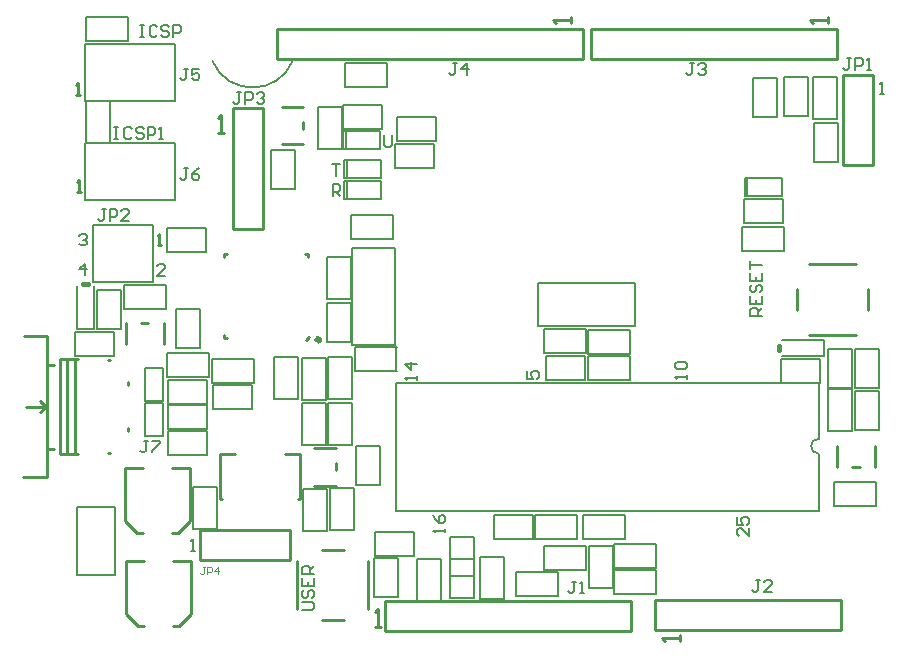
<source format=gto>
G04*
G04 #@! TF.GenerationSoftware,Altium Limited,Altium Designer,21.3.1 (25)*
G04*
G04 Layer_Color=65535*
%FSLAX44Y44*%
%MOMM*%
G71*
G04*
G04 #@! TF.SameCoordinates,472AA62F-3F09-4C21-BF2B-41C26AEB2B16*
G04*
G04*
G04 #@! TF.FilePolarity,Positive*
G04*
G01*
G75*
%ADD10C,0.2000*%
%ADD11C,0.5000*%
%ADD12C,0.2540*%
%ADD13C,0.4000*%
%ADD14C,0.1000*%
D10*
X124125Y491566D02*
G03*
X192289Y492604I33863J14910D01*
G01*
X637286Y172212D02*
G03*
X637286Y159512I0J-6350D01*
G01*
X200660Y129520D02*
X210820D01*
X200660Y93980D02*
Y129540D01*
Y93980D02*
X220980D01*
Y129540D01*
X210820Y129520D02*
X220980D01*
X9400Y114600D02*
X41400D01*
Y56600D02*
Y114600D01*
X9400Y56600D02*
X41400D01*
X9400D02*
Y114600D01*
X245872Y132588D02*
X248162D01*
X245872D02*
Y165608D01*
X266192D01*
Y132588D02*
Y165608D01*
X248162Y132588D02*
X266192D01*
X28960Y265430D02*
X46990D01*
Y298450D01*
X26670D02*
X46990D01*
X26670Y265430D02*
Y298450D01*
Y265430D02*
X28960D01*
X294894Y73152D02*
Y75442D01*
X261874Y73152D02*
X294894D01*
X261874D02*
Y93472D01*
X294894D01*
Y75442D02*
Y93472D01*
X260604Y71374D02*
X278634D01*
X260604Y38354D02*
Y71374D01*
Y38354D02*
X280924D01*
Y71374D01*
X278634D02*
X280924D01*
X686304Y248158D02*
X688594D01*
Y215138D02*
Y248158D01*
X668274Y215138D02*
X688594D01*
X668274D02*
Y248158D01*
X686304D01*
X670564Y179832D02*
X688594D01*
Y212852D01*
X668274D02*
X688594D01*
X668274Y179832D02*
Y212852D01*
Y179832D02*
X670564D01*
X111248Y282194D02*
X113538D01*
Y249174D02*
Y282194D01*
X93218Y249174D02*
X113538D01*
X93218D02*
Y282194D01*
X111248D01*
X645414Y247904D02*
X663444D01*
X645414Y214884D02*
Y247904D01*
Y214884D02*
X665734D01*
Y247904D01*
X663444D02*
X665734D01*
X7620Y260600D02*
Y262890D01*
X40640D01*
Y242570D02*
Y262890D01*
X7620Y242570D02*
X40640D01*
X7620D02*
Y260600D01*
X439420Y224286D02*
Y242316D01*
X406400D02*
X439420D01*
X406400Y221996D02*
Y242316D01*
Y221996D02*
X439420D01*
Y224286D01*
X267970Y434340D02*
Y436630D01*
X234950Y434340D02*
X267970D01*
X234950D02*
Y454660D01*
X267970D01*
Y436630D02*
Y454660D01*
X395478Y89158D02*
Y107188D01*
X362458D02*
X395478D01*
X362458Y86868D02*
Y107188D01*
Y86868D02*
X395478D01*
Y89158D01*
X343150Y70358D02*
X345440D01*
Y37338D02*
Y70358D01*
X325120Y37338D02*
X345440D01*
X325120D02*
Y70358D01*
X343150D01*
X325120Y89306D02*
X343150D01*
X325120Y56286D02*
Y89306D01*
Y56286D02*
X345440D01*
Y89306D01*
X343150D02*
X345440D01*
X632968Y406806D02*
X635258D01*
X632968D02*
Y439826D01*
X653288D01*
Y406806D02*
Y439826D01*
X635258Y406806D02*
X653288D01*
X583950Y444754D02*
X601980D01*
Y477774D01*
X581660D02*
X601980D01*
X581660Y444754D02*
Y477774D01*
Y444754D02*
X583950D01*
X608330Y445008D02*
X610620D01*
X608330D02*
Y478028D01*
X628650D01*
Y445008D02*
Y478028D01*
X610620Y445008D02*
X628650D01*
X223016Y254254D02*
X241046D01*
Y287274D01*
X220726D02*
X241046D01*
X220726Y254254D02*
Y287274D01*
Y254254D02*
X223016D01*
X86360Y176272D02*
Y178562D01*
X119380D01*
Y158242D02*
Y178562D01*
X86360Y158242D02*
X119380D01*
X86360D02*
Y176272D01*
Y180086D02*
Y198116D01*
Y180086D02*
X119380D01*
Y200406D01*
X86360D02*
X119380D01*
X86360Y198116D02*
Y200406D01*
Y219960D02*
Y222250D01*
X119380D01*
Y201930D02*
Y222250D01*
X86360Y201930D02*
X119380D01*
X86360D02*
Y219960D01*
X118364Y332236D02*
Y350266D01*
X85344D02*
X118364D01*
X85344Y329946D02*
Y350266D01*
Y329946D02*
X118364D01*
Y332236D01*
X157226Y197104D02*
Y199394D01*
X124206Y197104D02*
X157226D01*
X124206D02*
Y217424D01*
X157226D01*
Y199394D02*
Y217424D01*
X278990Y401090D02*
Y419120D01*
Y401090D02*
X312010D01*
Y421410D01*
X278990D02*
X312010D01*
X278990Y419120D02*
Y421410D01*
X279990Y442370D02*
Y444660D01*
X313010D01*
Y424340D02*
Y444660D01*
X279990Y424340D02*
X313010D01*
X279990D02*
Y442370D01*
X175518Y383540D02*
X193548D01*
Y416560D01*
X173228D02*
X193548D01*
X173228Y383540D02*
Y416560D01*
Y383540D02*
X175518D01*
X605790Y237740D02*
Y240030D01*
X638810D01*
Y219710D02*
Y240030D01*
X605790Y219710D02*
X638810D01*
X605790D02*
Y237740D01*
X606704Y357382D02*
Y375412D01*
X573684D02*
X606704D01*
X573684Y355092D02*
Y375412D01*
Y355092D02*
X606704D01*
Y357382D01*
X16510Y458470D02*
Y506730D01*
Y458470D02*
X92710D01*
Y506730D01*
X16510D02*
X92710D01*
X16510Y374142D02*
Y422402D01*
Y374142D02*
X92710D01*
Y422402D01*
X16510D02*
X92710D01*
X22860Y305054D02*
X73660D01*
Y353314D01*
X22860D02*
X73660D01*
X22860Y305054D02*
Y353314D01*
X481436Y267750D02*
Y303750D01*
X399436Y267750D02*
X481436D01*
X399436D02*
Y303750D01*
X481436D01*
X242350Y251608D02*
X278350D01*
X242350D02*
Y333608D01*
X278350D01*
Y251608D02*
Y333608D01*
X637286Y111252D02*
Y159512D01*
X279146Y111252D02*
X637286D01*
Y172212D02*
Y219202D01*
X279146D02*
X637286D01*
X279146Y111252D02*
Y219202D01*
X237214Y417942D02*
Y431942D01*
X234714Y417322D02*
X266214D01*
X234714Y432562D02*
X266214D01*
Y417322D02*
Y432562D01*
X234714Y417322D02*
Y432562D01*
X237976Y375524D02*
Y389524D01*
X235476Y374904D02*
X266976D01*
X235476Y390144D02*
X266976D01*
Y374904D02*
Y390144D01*
X235476Y374904D02*
Y390144D01*
X237976Y393812D02*
Y407812D01*
X235476Y393192D02*
X266976D01*
X235476Y408432D02*
X266976D01*
Y393192D02*
Y408432D01*
X235476Y393192D02*
Y408432D01*
X577066Y378064D02*
Y392064D01*
X574566Y377444D02*
X606066D01*
X574566Y392684D02*
X606066D01*
Y377444D02*
Y392684D01*
X574566Y377444D02*
Y392684D01*
X9510Y265210D02*
Y301210D01*
Y265210D02*
X23510D01*
Y301210D01*
X606078Y241920D02*
X642078D01*
Y255920D01*
X606078D02*
X642078D01*
X67056Y174244D02*
X82296D01*
Y202184D01*
X67056D02*
X82296D01*
X67056Y174244D02*
Y202184D01*
Y231902D02*
X82296D01*
X67056Y203962D02*
Y231902D01*
Y203962D02*
X82296D01*
Y231902D01*
X279888Y239522D02*
Y249682D01*
X244348D02*
X279908D01*
X244348Y229362D02*
Y249682D01*
Y229362D02*
X279908D01*
X279888D02*
Y239522D01*
X232410Y167152D02*
X242570D01*
Y167132D02*
Y202692D01*
X222250D02*
X242570D01*
X222250Y167132D02*
Y202692D01*
Y167152D02*
X232410D01*
X233680Y95270D02*
X243840D01*
Y95250D02*
Y130810D01*
X223520D02*
X243840D01*
X223520Y95250D02*
Y130810D01*
Y95270D02*
X233680D01*
X644906Y213848D02*
X655066D01*
X644906Y178308D02*
Y213868D01*
Y178308D02*
X665226D01*
Y213868D01*
X655066Y213848D02*
X665226D01*
X85466Y224282D02*
Y234442D01*
X85446Y224282D02*
X121006D01*
Y244602D01*
X85446D02*
X121006D01*
X85466Y234442D02*
Y244602D01*
X49042Y281940D02*
Y292100D01*
X49022Y281940D02*
X84582D01*
Y302260D01*
X49022D02*
X84582D01*
X49042Y292100D02*
Y302260D01*
X650514Y115316D02*
Y125476D01*
X650494Y115316D02*
X686054D01*
Y135636D01*
X650494D02*
X686054D01*
X650514Y125476D02*
Y135636D01*
X213614Y452862D02*
X223774D01*
X213614Y417322D02*
Y452882D01*
Y417322D02*
X233934D01*
Y452882D01*
X223774Y452862D02*
X233934D01*
X437662Y87122D02*
Y97282D01*
X437642Y87122D02*
X473202D01*
Y107442D01*
X437642D02*
X473202D01*
X437662Y97282D02*
Y107442D01*
X432796Y97028D02*
Y107188D01*
X397256D02*
X432816D01*
X397256Y86868D02*
Y107188D01*
Y86868D02*
X432816D01*
X432796D02*
Y97028D01*
X236240Y469900D02*
Y480060D01*
X236220Y469900D02*
X271780D01*
Y490220D01*
X236220D02*
X271780D01*
X236240Y480060D02*
Y490220D01*
X307340Y34970D02*
X317500D01*
Y34950D02*
Y70510D01*
X297180D02*
X317500D01*
X297180Y34950D02*
Y70510D01*
Y34970D02*
X307340D01*
X381274Y38608D02*
Y48768D01*
X381254Y38608D02*
X416814D01*
Y58928D01*
X381254D02*
X416814D01*
X381274Y48768D02*
Y58928D01*
X632714Y478364D02*
X642874D01*
X632714Y442824D02*
Y478384D01*
Y442824D02*
X653034D01*
Y478384D01*
X642874Y478364D02*
X653034D01*
X26924Y422676D02*
X37084D01*
Y422656D02*
Y458216D01*
X16764D02*
X37084D01*
X16764Y422656D02*
Y458216D01*
Y422676D02*
X26924D01*
X176530Y241280D02*
X186690D01*
X176530Y205740D02*
Y241300D01*
Y205740D02*
X196850D01*
Y241300D01*
X186690Y241280D02*
X196850D01*
X230886Y290088D02*
X241046D01*
Y290068D02*
Y325628D01*
X220726D02*
X241046D01*
X220726Y290068D02*
Y325628D01*
Y290088D02*
X230886D01*
X199898Y240772D02*
X210058D01*
X199898Y205232D02*
Y240792D01*
Y205232D02*
X220218D01*
Y240792D01*
X210058Y240772D02*
X220218D01*
X360934Y36850D02*
X371094D01*
Y36830D02*
Y72390D01*
X350774D02*
X371094D01*
X350774Y36830D02*
Y72390D01*
Y36850D02*
X360934D01*
X452628Y45486D02*
X462788D01*
Y45466D02*
Y81026D01*
X442468D02*
X462788D01*
X442468Y45466D02*
Y81026D01*
Y45486D02*
X452628D01*
X464230Y40640D02*
Y50800D01*
X464210Y40640D02*
X499770D01*
Y60960D01*
X464210D02*
X499770D01*
X464230Y50800D02*
Y60960D01*
X209804Y167152D02*
X219964D01*
Y167132D02*
Y202692D01*
X199644D02*
X219964D01*
X199644Y167132D02*
Y202692D01*
Y167152D02*
X209804D01*
X477500Y254000D02*
Y264160D01*
X441960D02*
X477520D01*
X441960Y243840D02*
Y264160D01*
Y243840D02*
X477520D01*
X477500D02*
Y254000D01*
X405150Y245110D02*
Y255270D01*
X405130Y245110D02*
X440690D01*
Y265430D01*
X405130D02*
X440690D01*
X405150Y255270D02*
Y265430D01*
X440670Y71374D02*
Y81534D01*
X405130D02*
X440690D01*
X405130Y61214D02*
Y81534D01*
Y61214D02*
X440690D01*
X440670D02*
Y71374D01*
X477754Y232156D02*
Y242316D01*
X442214D02*
X477774D01*
X442214Y221996D02*
Y242316D01*
Y221996D02*
X477774D01*
X477754D02*
Y232156D01*
X499852Y72644D02*
Y82804D01*
X464312D02*
X499872D01*
X464312Y62484D02*
Y82804D01*
Y62484D02*
X499872D01*
X499852D02*
Y72644D01*
X16784Y508508D02*
Y518668D01*
X16764Y508508D02*
X52324D01*
Y528828D01*
X16764D02*
X52324D01*
X16784Y518668D02*
Y528828D01*
X117602Y95778D02*
X127762D01*
Y95758D02*
Y131318D01*
X107442D02*
X127762D01*
X107442Y95758D02*
Y131318D01*
Y95778D02*
X117602D01*
X276840Y351790D02*
Y361950D01*
X241300D02*
X276860D01*
X241300Y341630D02*
Y361950D01*
Y341630D02*
X276860D01*
X276840D02*
Y351790D01*
X123566Y219456D02*
Y229616D01*
X123546Y219456D02*
X159106D01*
Y239776D01*
X123546D02*
X159106D01*
X123566Y229616D02*
Y239776D01*
X232410Y205506D02*
X242570D01*
Y205486D02*
Y241046D01*
X222250D02*
X242570D01*
X222250Y205486D02*
Y241046D01*
Y205506D02*
X232410D01*
X572790Y331470D02*
Y341630D01*
X572770Y331470D02*
X608330D01*
Y351790D01*
X572770D02*
X608330D01*
X572790Y341630D02*
Y351790D01*
X689000Y464000D02*
X692332D01*
X690666D01*
Y473997D01*
X689000Y472331D01*
X105750Y77250D02*
X109082D01*
X107416D01*
Y87247D01*
X105750Y85581D01*
X269250Y429247D02*
Y420916D01*
X270916Y419250D01*
X274248D01*
X275914Y420916D01*
Y429247D01*
X225250Y404497D02*
X231915D01*
X228582D01*
Y394500D01*
X225750Y377500D02*
Y387497D01*
X230748D01*
X232414Y385831D01*
Y382498D01*
X230748Y380832D01*
X225750D01*
X229082D02*
X232414Y377500D01*
X578000Y96165D02*
Y89500D01*
X571335Y96165D01*
X569669D01*
X568003Y94498D01*
Y91166D01*
X569669Y89500D01*
X568003Y106161D02*
Y99497D01*
X573002D01*
X571335Y102829D01*
Y104495D01*
X573002Y106161D01*
X576334D01*
X578000Y104495D01*
Y101163D01*
X576334Y99497D01*
X321000Y92750D02*
Y96082D01*
Y94416D01*
X311003D01*
X312669Y92750D01*
X311003Y107745D02*
X312669Y104413D01*
X316002Y101081D01*
X319334D01*
X321000Y102747D01*
Y106079D01*
X319334Y107745D01*
X317668D01*
X316002Y106079D01*
Y101081D01*
X297250Y222250D02*
Y225582D01*
Y223916D01*
X287253D01*
X288919Y222250D01*
X297250Y235579D02*
X287253D01*
X292252Y230581D01*
Y237245D01*
X390753Y229165D02*
Y222500D01*
X395752D01*
X394086Y225832D01*
Y227498D01*
X395752Y229165D01*
X399084D01*
X400750Y227498D01*
Y224166D01*
X399084Y222500D01*
X526000Y222500D02*
Y225832D01*
Y224166D01*
X516003D01*
X517669Y222500D01*
Y230831D02*
X516003Y232497D01*
Y235829D01*
X517669Y237495D01*
X524334D01*
X526000Y235829D01*
Y232497D01*
X524334Y230831D01*
X517669D01*
X16248Y310500D02*
Y320497D01*
X11250Y315498D01*
X17915D01*
X11250Y344081D02*
X12916Y345747D01*
X16248D01*
X17915Y344081D01*
Y342415D01*
X16248Y340748D01*
X14582D01*
X16248D01*
X17915Y339082D01*
Y337416D01*
X16248Y335750D01*
X12916D01*
X11250Y337416D01*
X83665Y310000D02*
X77000D01*
X83665Y316665D01*
Y318331D01*
X81998Y319997D01*
X78666D01*
X77000Y318331D01*
X40750Y435997D02*
X44082D01*
X42416D01*
Y426000D01*
X40750D01*
X44082D01*
X55745Y434331D02*
X54079Y435997D01*
X50747D01*
X49081Y434331D01*
Y427666D01*
X50747Y426000D01*
X54079D01*
X55745Y427666D01*
X65742Y434331D02*
X64076Y435997D01*
X60744D01*
X59077Y434331D01*
Y432664D01*
X60744Y430998D01*
X64076D01*
X65742Y429332D01*
Y427666D01*
X64076Y426000D01*
X60744D01*
X59077Y427666D01*
X69074Y426000D02*
Y435997D01*
X74073D01*
X75739Y434331D01*
Y430998D01*
X74073Y429332D01*
X69074D01*
X79071Y426000D02*
X82403D01*
X80737D01*
Y435997D01*
X79071Y434331D01*
X62500Y522497D02*
X65832D01*
X64166D01*
Y512500D01*
X62500D01*
X65832D01*
X77495Y520831D02*
X75829Y522497D01*
X72497D01*
X70831Y520831D01*
Y514166D01*
X72497Y512500D01*
X75829D01*
X77495Y514166D01*
X87492Y520831D02*
X85826Y522497D01*
X82494D01*
X80827Y520831D01*
Y519165D01*
X82494Y517498D01*
X85826D01*
X87492Y515832D01*
Y514166D01*
X85826Y512500D01*
X82494D01*
X80827Y514166D01*
X90824Y512500D02*
Y522497D01*
X95823D01*
X97489Y520831D01*
Y517498D01*
X95823Y515832D01*
X90824D01*
X200253Y27500D02*
X208584D01*
X210250Y29166D01*
Y32498D01*
X208584Y34165D01*
X200253D01*
X201919Y44161D02*
X200253Y42495D01*
Y39163D01*
X201919Y37497D01*
X203585D01*
X205252Y39163D01*
Y42495D01*
X206918Y44161D01*
X208584D01*
X210250Y42495D01*
Y39163D01*
X208584Y37497D01*
X200253Y54158D02*
Y47494D01*
X210250D01*
Y54158D01*
X205252Y47494D02*
Y50826D01*
X210250Y57490D02*
X200253D01*
Y62489D01*
X201919Y64155D01*
X205252D01*
X206918Y62489D01*
Y57490D01*
Y60823D02*
X210250Y64155D01*
X589000Y276000D02*
X579003D01*
Y280998D01*
X580669Y282665D01*
X584002D01*
X585668Y280998D01*
Y276000D01*
Y279332D02*
X589000Y282665D01*
X579003Y292661D02*
Y285997D01*
X589000D01*
Y292661D01*
X584002Y285997D02*
Y289329D01*
X580669Y302658D02*
X579003Y300992D01*
Y297660D01*
X580669Y295993D01*
X582336D01*
X584002Y297660D01*
Y300992D01*
X585668Y302658D01*
X587334D01*
X589000Y300992D01*
Y297660D01*
X587334Y295993D01*
X579003Y312655D02*
Y305990D01*
X589000D01*
Y312655D01*
X584002Y305990D02*
Y309323D01*
X579003Y315987D02*
Y322652D01*
Y319319D01*
X589000D01*
X69334Y170498D02*
X66002D01*
X67668D01*
Y162168D01*
X66002Y160502D01*
X64335D01*
X62669Y162168D01*
X72666Y170498D02*
X79331D01*
Y168832D01*
X72666Y162168D01*
Y160502D01*
X665002Y494748D02*
X661669D01*
X663335D01*
Y486418D01*
X661669Y484752D01*
X660003D01*
X658337Y486418D01*
X668334Y484752D02*
Y494748D01*
X673332D01*
X674998Y493082D01*
Y489750D01*
X673332Y488084D01*
X668334D01*
X678331Y484752D02*
X681663D01*
X679997D01*
Y494748D01*
X678331Y493082D01*
X33586Y366748D02*
X30253D01*
X31919D01*
Y358418D01*
X30253Y356752D01*
X28587D01*
X26921Y358418D01*
X36918Y356752D02*
Y366748D01*
X41916D01*
X43582Y365082D01*
Y361750D01*
X41916Y360084D01*
X36918D01*
X53579Y356752D02*
X46915D01*
X53579Y363416D01*
Y365082D01*
X51913Y366748D01*
X48581D01*
X46915Y365082D01*
X103084Y401498D02*
X99752D01*
X101418D01*
Y393168D01*
X99752Y391502D01*
X98085D01*
X96419Y393168D01*
X113081Y401498D02*
X109748Y399832D01*
X106416Y396500D01*
Y393168D01*
X108082Y391502D01*
X111414D01*
X113081Y393168D01*
Y394834D01*
X111414Y396500D01*
X106416D01*
X103084Y485498D02*
X99752D01*
X101418D01*
Y477168D01*
X99752Y475502D01*
X98085D01*
X96419Y477168D01*
X113081Y485498D02*
X106416D01*
Y480500D01*
X109748Y482166D01*
X111414D01*
X113081Y480500D01*
Y477168D01*
X111414Y475502D01*
X108082D01*
X106416Y477168D01*
X432000Y51248D02*
X428668D01*
X430334D01*
Y42918D01*
X428668Y41252D01*
X427002D01*
X425336Y42918D01*
X435332Y41252D02*
X438665D01*
X436998D01*
Y51248D01*
X435332Y49582D01*
X587584Y52748D02*
X584252D01*
X585918D01*
Y44418D01*
X584252Y42752D01*
X582585D01*
X580919Y44418D01*
X597581Y42752D02*
X590916D01*
X597581Y49416D01*
Y51082D01*
X595914Y52748D01*
X592582D01*
X590916Y51082D01*
X531834Y490248D02*
X528502D01*
X530168D01*
Y481918D01*
X528502Y480252D01*
X526836D01*
X525169Y481918D01*
X535166Y488582D02*
X536832Y490248D01*
X540164D01*
X541831Y488582D01*
Y486916D01*
X540164Y485250D01*
X538498D01*
X540164D01*
X541831Y483584D01*
Y481918D01*
X540164Y480252D01*
X536832D01*
X535166Y481918D01*
X148085Y465498D02*
X144753D01*
X146419D01*
Y457168D01*
X144753Y455502D01*
X143087D01*
X141421Y457168D01*
X151418Y455502D02*
Y465498D01*
X156416D01*
X158082Y463832D01*
Y460500D01*
X156416Y458834D01*
X151418D01*
X161415Y463832D02*
X163081Y465498D01*
X166413D01*
X168079Y463832D01*
Y462166D01*
X166413Y460500D01*
X164747D01*
X166413D01*
X168079Y458834D01*
Y457168D01*
X166413Y455502D01*
X163081D01*
X161415Y457168D01*
X331084Y490248D02*
X327752D01*
X329418D01*
Y481918D01*
X327752Y480252D01*
X326086D01*
X324419Y481918D01*
X339414Y480252D02*
Y490248D01*
X334416Y485250D01*
X341081D01*
D11*
X214614Y256032D02*
G03*
X214614Y256032I-1000J0D01*
G01*
D12*
X185084Y159208D02*
X198084D01*
X130084Y121208D02*
X132084D01*
X130084D02*
Y159208D01*
X143084D01*
X198084Y121208D02*
Y159208D01*
X196084Y121208D02*
X198084D01*
X256060Y28260D02*
Y68260D01*
X196060Y28260D02*
Y68260D01*
X217060Y18260D02*
X235060D01*
X217060Y78260D02*
X235060D01*
X437388Y493776D02*
Y519176D01*
X178308Y493776D02*
X437388D01*
X178308D02*
Y519176D01*
X437388D01*
X444500D02*
X652780D01*
X444500Y493776D02*
Y519176D01*
Y493776D02*
X652780D01*
Y519176D01*
X270256Y9652D02*
X478536D01*
Y35052D01*
X270256D02*
X478536D01*
X270256Y9652D02*
Y35052D01*
X498348Y9906D02*
Y35306D01*
X655828Y9906D02*
Y35306D01*
X498348Y9906D02*
X655828D01*
X498348Y35306D02*
X655828D01*
X167132Y349912D02*
Y451912D01*
X141732Y349912D02*
Y451912D01*
Y349912D02*
X167132D01*
X141732Y451912D02*
X167132D01*
X189738Y69088D02*
Y94488D01*
X113538D02*
X189738D01*
X113538Y69088D02*
X189738D01*
X113538D02*
Y94488D01*
X657606Y403860D02*
X683006D01*
Y480060D01*
X657606Y403860D02*
Y480060D01*
X683006D01*
X210456Y164336D02*
X228456D01*
X210456Y132336D02*
X228456D01*
Y145336D02*
Y151336D01*
X50802Y252112D02*
Y270112D01*
X82802Y252112D02*
Y270112D01*
X63802D02*
X69802D01*
X182770Y453388D02*
X200770D01*
X182770Y421388D02*
X200770D01*
Y434388D02*
Y440388D01*
X684934Y148124D02*
Y166124D01*
X652934Y148124D02*
Y166124D01*
X665934Y148124D02*
X671934D01*
X50732Y23648D02*
Y68648D01*
X65732D01*
X90732D02*
X105732D01*
Y23648D02*
Y68648D01*
X50732Y23648D02*
X60732Y13648D01*
X65732D01*
X90732D02*
X95732D01*
X105732Y23648D01*
X50224Y102388D02*
Y147388D01*
X65224D01*
X90224D02*
X105224D01*
Y102388D02*
Y147388D01*
X50224Y102388D02*
X60224Y92388D01*
X65224D01*
X90224D02*
X95224D01*
X105224Y102388D01*
X629224Y260068D02*
X669224D01*
X629224Y320068D02*
X669224D01*
X619224Y281068D02*
Y299068D01*
X679224Y281068D02*
Y299068D01*
X52610Y217410D02*
Y220410D01*
X-11265Y163410D02*
X-9765D01*
X-11265Y234410D02*
X-9765D01*
X-22265Y194410D02*
X-17265Y199410D01*
X-16265D01*
X-18265D02*
X-16765D01*
X-22265Y204410D02*
X-17265Y199410D01*
X-16265D01*
X-33765D02*
X-16265D01*
X-36265Y139410D02*
X-24265D01*
X-35265Y259410D02*
X-23265D01*
X-16265Y163410D02*
X-11265D01*
X-16265Y234410D02*
X-11265D01*
X-24265Y139410D02*
X-16265D01*
Y148410D01*
X-23265Y259410D02*
X-16265D01*
Y148410D02*
Y259410D01*
X610Y159410D02*
Y238410D01*
X52610Y178410D02*
Y181410D01*
X35610Y160410D02*
X37610D01*
X35610Y238410D02*
X37610D01*
X-5390Y160410D02*
Y238410D01*
Y159410D02*
Y160410D01*
Y159410D02*
X10610D01*
X-5390Y238410D02*
Y239410D01*
X10610D01*
X7610Y159410D02*
Y238410D01*
X203454Y256032D02*
X205994Y258572D01*
X133604Y257302D02*
Y259842D01*
Y257302D02*
X136144D01*
X133604Y325882D02*
Y328422D01*
X136144D01*
X202184D02*
X204724D01*
Y325882D02*
Y328422D01*
X427960Y523790D02*
Y528868D01*
Y526329D01*
X412725D01*
X415264Y523790D01*
X519710Y1040D02*
Y6118D01*
Y3579D01*
X504475D01*
X507014Y1040D01*
X129040Y431040D02*
X134118D01*
X131579D01*
Y446275D01*
X129040Y443736D01*
X644960Y524290D02*
Y529368D01*
Y526829D01*
X629725D01*
X632264Y524290D01*
X261620Y12700D02*
X266698D01*
X264159D01*
Y27935D01*
X261620Y25396D01*
X77540Y335790D02*
X80872D01*
X79206D01*
Y345787D01*
X77540Y344121D01*
X9540Y381290D02*
X12872D01*
X11206D01*
Y391287D01*
X9540Y389621D01*
X8890Y463550D02*
X12222D01*
X10556D01*
Y473547D01*
X8890Y471881D01*
D13*
X14510Y303210D02*
X18510D01*
X604078Y246920D02*
Y250920D01*
D14*
X117751Y63499D02*
X115752D01*
X116752D01*
Y58501D01*
X115752Y57501D01*
X114752D01*
X113753Y58501D01*
X119751Y57501D02*
Y63499D01*
X122750D01*
X123749Y62499D01*
Y60500D01*
X122750Y59500D01*
X119751D01*
X128748Y57501D02*
Y63499D01*
X125749Y60500D01*
X129747D01*
M02*

</source>
